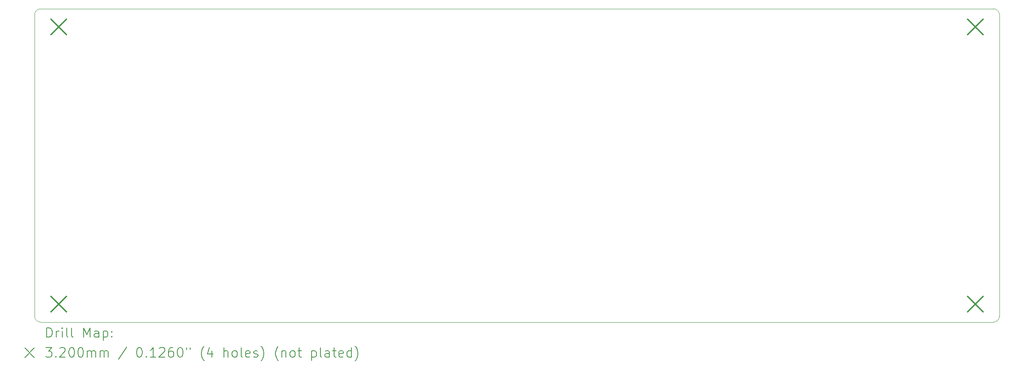
<source format=gbr>
%TF.GenerationSoftware,KiCad,Pcbnew,7.0.6*%
%TF.CreationDate,2023-07-08T12:11:27+08:00*%
%TF.ProjectId,DigitalProtoBoard,44696769-7461-46c5-9072-6f746f426f61,rev?*%
%TF.SameCoordinates,Original*%
%TF.FileFunction,Drillmap*%
%TF.FilePolarity,Positive*%
%FSLAX45Y45*%
G04 Gerber Fmt 4.5, Leading zero omitted, Abs format (unit mm)*
G04 Created by KiCad (PCBNEW 7.0.6) date 2023-07-08 12:11:27*
%MOMM*%
%LPD*%
G01*
G04 APERTURE LIST*
%ADD10C,0.100000*%
%ADD11C,0.200000*%
%ADD12C,0.320000*%
G04 APERTURE END LIST*
D10*
X25781000Y-6858000D02*
G75*
G03*
X25654000Y-6731000I-127000J0D01*
G01*
X5461000Y-6858000D02*
X5461000Y-13208000D01*
X25781000Y-13208000D02*
X25781000Y-6858000D01*
X5461000Y-13208000D02*
G75*
G03*
X5588000Y-13335000I127000J0D01*
G01*
X5588000Y-13335000D02*
X25654000Y-13335000D01*
X25654000Y-13335000D02*
G75*
G03*
X25781000Y-13208000I0J127000D01*
G01*
X25654000Y-6731000D02*
X5588000Y-6731000D01*
X5588000Y-6731000D02*
G75*
G03*
X5461000Y-6858000I0J-127000D01*
G01*
D11*
D12*
X5809000Y-6952000D02*
X6129000Y-7272000D01*
X6129000Y-6952000D02*
X5809000Y-7272000D01*
X5809000Y-12794000D02*
X6129000Y-13114000D01*
X6129000Y-12794000D02*
X5809000Y-13114000D01*
X25113000Y-6952000D02*
X25433000Y-7272000D01*
X25433000Y-6952000D02*
X25113000Y-7272000D01*
X25113000Y-12794000D02*
X25433000Y-13114000D01*
X25433000Y-12794000D02*
X25113000Y-13114000D01*
D11*
X5716777Y-13651484D02*
X5716777Y-13451484D01*
X5716777Y-13451484D02*
X5764396Y-13451484D01*
X5764396Y-13451484D02*
X5792967Y-13461008D01*
X5792967Y-13461008D02*
X5812015Y-13480055D01*
X5812015Y-13480055D02*
X5821539Y-13499103D01*
X5821539Y-13499103D02*
X5831062Y-13537198D01*
X5831062Y-13537198D02*
X5831062Y-13565769D01*
X5831062Y-13565769D02*
X5821539Y-13603865D01*
X5821539Y-13603865D02*
X5812015Y-13622912D01*
X5812015Y-13622912D02*
X5792967Y-13641960D01*
X5792967Y-13641960D02*
X5764396Y-13651484D01*
X5764396Y-13651484D02*
X5716777Y-13651484D01*
X5916777Y-13651484D02*
X5916777Y-13518150D01*
X5916777Y-13556246D02*
X5926301Y-13537198D01*
X5926301Y-13537198D02*
X5935824Y-13527674D01*
X5935824Y-13527674D02*
X5954872Y-13518150D01*
X5954872Y-13518150D02*
X5973920Y-13518150D01*
X6040586Y-13651484D02*
X6040586Y-13518150D01*
X6040586Y-13451484D02*
X6031062Y-13461008D01*
X6031062Y-13461008D02*
X6040586Y-13470531D01*
X6040586Y-13470531D02*
X6050110Y-13461008D01*
X6050110Y-13461008D02*
X6040586Y-13451484D01*
X6040586Y-13451484D02*
X6040586Y-13470531D01*
X6164396Y-13651484D02*
X6145348Y-13641960D01*
X6145348Y-13641960D02*
X6135824Y-13622912D01*
X6135824Y-13622912D02*
X6135824Y-13451484D01*
X6269158Y-13651484D02*
X6250110Y-13641960D01*
X6250110Y-13641960D02*
X6240586Y-13622912D01*
X6240586Y-13622912D02*
X6240586Y-13451484D01*
X6497729Y-13651484D02*
X6497729Y-13451484D01*
X6497729Y-13451484D02*
X6564396Y-13594341D01*
X6564396Y-13594341D02*
X6631062Y-13451484D01*
X6631062Y-13451484D02*
X6631062Y-13651484D01*
X6812015Y-13651484D02*
X6812015Y-13546722D01*
X6812015Y-13546722D02*
X6802491Y-13527674D01*
X6802491Y-13527674D02*
X6783443Y-13518150D01*
X6783443Y-13518150D02*
X6745348Y-13518150D01*
X6745348Y-13518150D02*
X6726301Y-13527674D01*
X6812015Y-13641960D02*
X6792967Y-13651484D01*
X6792967Y-13651484D02*
X6745348Y-13651484D01*
X6745348Y-13651484D02*
X6726301Y-13641960D01*
X6726301Y-13641960D02*
X6716777Y-13622912D01*
X6716777Y-13622912D02*
X6716777Y-13603865D01*
X6716777Y-13603865D02*
X6726301Y-13584817D01*
X6726301Y-13584817D02*
X6745348Y-13575293D01*
X6745348Y-13575293D02*
X6792967Y-13575293D01*
X6792967Y-13575293D02*
X6812015Y-13565769D01*
X6907253Y-13518150D02*
X6907253Y-13718150D01*
X6907253Y-13527674D02*
X6926301Y-13518150D01*
X6926301Y-13518150D02*
X6964396Y-13518150D01*
X6964396Y-13518150D02*
X6983443Y-13527674D01*
X6983443Y-13527674D02*
X6992967Y-13537198D01*
X6992967Y-13537198D02*
X7002491Y-13556246D01*
X7002491Y-13556246D02*
X7002491Y-13613388D01*
X7002491Y-13613388D02*
X6992967Y-13632436D01*
X6992967Y-13632436D02*
X6983443Y-13641960D01*
X6983443Y-13641960D02*
X6964396Y-13651484D01*
X6964396Y-13651484D02*
X6926301Y-13651484D01*
X6926301Y-13651484D02*
X6907253Y-13641960D01*
X7088205Y-13632436D02*
X7097729Y-13641960D01*
X7097729Y-13641960D02*
X7088205Y-13651484D01*
X7088205Y-13651484D02*
X7078682Y-13641960D01*
X7078682Y-13641960D02*
X7088205Y-13632436D01*
X7088205Y-13632436D02*
X7088205Y-13651484D01*
X7088205Y-13527674D02*
X7097729Y-13537198D01*
X7097729Y-13537198D02*
X7088205Y-13546722D01*
X7088205Y-13546722D02*
X7078682Y-13537198D01*
X7078682Y-13537198D02*
X7088205Y-13527674D01*
X7088205Y-13527674D02*
X7088205Y-13546722D01*
X5256000Y-13880000D02*
X5456000Y-14080000D01*
X5456000Y-13880000D02*
X5256000Y-14080000D01*
X5697729Y-13871484D02*
X5821539Y-13871484D01*
X5821539Y-13871484D02*
X5754872Y-13947674D01*
X5754872Y-13947674D02*
X5783443Y-13947674D01*
X5783443Y-13947674D02*
X5802491Y-13957198D01*
X5802491Y-13957198D02*
X5812015Y-13966722D01*
X5812015Y-13966722D02*
X5821539Y-13985769D01*
X5821539Y-13985769D02*
X5821539Y-14033388D01*
X5821539Y-14033388D02*
X5812015Y-14052436D01*
X5812015Y-14052436D02*
X5802491Y-14061960D01*
X5802491Y-14061960D02*
X5783443Y-14071484D01*
X5783443Y-14071484D02*
X5726301Y-14071484D01*
X5726301Y-14071484D02*
X5707253Y-14061960D01*
X5707253Y-14061960D02*
X5697729Y-14052436D01*
X5907253Y-14052436D02*
X5916777Y-14061960D01*
X5916777Y-14061960D02*
X5907253Y-14071484D01*
X5907253Y-14071484D02*
X5897729Y-14061960D01*
X5897729Y-14061960D02*
X5907253Y-14052436D01*
X5907253Y-14052436D02*
X5907253Y-14071484D01*
X5992967Y-13890531D02*
X6002491Y-13881008D01*
X6002491Y-13881008D02*
X6021539Y-13871484D01*
X6021539Y-13871484D02*
X6069158Y-13871484D01*
X6069158Y-13871484D02*
X6088205Y-13881008D01*
X6088205Y-13881008D02*
X6097729Y-13890531D01*
X6097729Y-13890531D02*
X6107253Y-13909579D01*
X6107253Y-13909579D02*
X6107253Y-13928627D01*
X6107253Y-13928627D02*
X6097729Y-13957198D01*
X6097729Y-13957198D02*
X5983443Y-14071484D01*
X5983443Y-14071484D02*
X6107253Y-14071484D01*
X6231062Y-13871484D02*
X6250110Y-13871484D01*
X6250110Y-13871484D02*
X6269158Y-13881008D01*
X6269158Y-13881008D02*
X6278682Y-13890531D01*
X6278682Y-13890531D02*
X6288205Y-13909579D01*
X6288205Y-13909579D02*
X6297729Y-13947674D01*
X6297729Y-13947674D02*
X6297729Y-13995293D01*
X6297729Y-13995293D02*
X6288205Y-14033388D01*
X6288205Y-14033388D02*
X6278682Y-14052436D01*
X6278682Y-14052436D02*
X6269158Y-14061960D01*
X6269158Y-14061960D02*
X6250110Y-14071484D01*
X6250110Y-14071484D02*
X6231062Y-14071484D01*
X6231062Y-14071484D02*
X6212015Y-14061960D01*
X6212015Y-14061960D02*
X6202491Y-14052436D01*
X6202491Y-14052436D02*
X6192967Y-14033388D01*
X6192967Y-14033388D02*
X6183443Y-13995293D01*
X6183443Y-13995293D02*
X6183443Y-13947674D01*
X6183443Y-13947674D02*
X6192967Y-13909579D01*
X6192967Y-13909579D02*
X6202491Y-13890531D01*
X6202491Y-13890531D02*
X6212015Y-13881008D01*
X6212015Y-13881008D02*
X6231062Y-13871484D01*
X6421539Y-13871484D02*
X6440586Y-13871484D01*
X6440586Y-13871484D02*
X6459634Y-13881008D01*
X6459634Y-13881008D02*
X6469158Y-13890531D01*
X6469158Y-13890531D02*
X6478682Y-13909579D01*
X6478682Y-13909579D02*
X6488205Y-13947674D01*
X6488205Y-13947674D02*
X6488205Y-13995293D01*
X6488205Y-13995293D02*
X6478682Y-14033388D01*
X6478682Y-14033388D02*
X6469158Y-14052436D01*
X6469158Y-14052436D02*
X6459634Y-14061960D01*
X6459634Y-14061960D02*
X6440586Y-14071484D01*
X6440586Y-14071484D02*
X6421539Y-14071484D01*
X6421539Y-14071484D02*
X6402491Y-14061960D01*
X6402491Y-14061960D02*
X6392967Y-14052436D01*
X6392967Y-14052436D02*
X6383443Y-14033388D01*
X6383443Y-14033388D02*
X6373920Y-13995293D01*
X6373920Y-13995293D02*
X6373920Y-13947674D01*
X6373920Y-13947674D02*
X6383443Y-13909579D01*
X6383443Y-13909579D02*
X6392967Y-13890531D01*
X6392967Y-13890531D02*
X6402491Y-13881008D01*
X6402491Y-13881008D02*
X6421539Y-13871484D01*
X6573920Y-14071484D02*
X6573920Y-13938150D01*
X6573920Y-13957198D02*
X6583443Y-13947674D01*
X6583443Y-13947674D02*
X6602491Y-13938150D01*
X6602491Y-13938150D02*
X6631063Y-13938150D01*
X6631063Y-13938150D02*
X6650110Y-13947674D01*
X6650110Y-13947674D02*
X6659634Y-13966722D01*
X6659634Y-13966722D02*
X6659634Y-14071484D01*
X6659634Y-13966722D02*
X6669158Y-13947674D01*
X6669158Y-13947674D02*
X6688205Y-13938150D01*
X6688205Y-13938150D02*
X6716777Y-13938150D01*
X6716777Y-13938150D02*
X6735824Y-13947674D01*
X6735824Y-13947674D02*
X6745348Y-13966722D01*
X6745348Y-13966722D02*
X6745348Y-14071484D01*
X6840586Y-14071484D02*
X6840586Y-13938150D01*
X6840586Y-13957198D02*
X6850110Y-13947674D01*
X6850110Y-13947674D02*
X6869158Y-13938150D01*
X6869158Y-13938150D02*
X6897729Y-13938150D01*
X6897729Y-13938150D02*
X6916777Y-13947674D01*
X6916777Y-13947674D02*
X6926301Y-13966722D01*
X6926301Y-13966722D02*
X6926301Y-14071484D01*
X6926301Y-13966722D02*
X6935824Y-13947674D01*
X6935824Y-13947674D02*
X6954872Y-13938150D01*
X6954872Y-13938150D02*
X6983443Y-13938150D01*
X6983443Y-13938150D02*
X7002491Y-13947674D01*
X7002491Y-13947674D02*
X7012015Y-13966722D01*
X7012015Y-13966722D02*
X7012015Y-14071484D01*
X7402491Y-13861960D02*
X7231063Y-14119103D01*
X7659634Y-13871484D02*
X7678682Y-13871484D01*
X7678682Y-13871484D02*
X7697729Y-13881008D01*
X7697729Y-13881008D02*
X7707253Y-13890531D01*
X7707253Y-13890531D02*
X7716777Y-13909579D01*
X7716777Y-13909579D02*
X7726301Y-13947674D01*
X7726301Y-13947674D02*
X7726301Y-13995293D01*
X7726301Y-13995293D02*
X7716777Y-14033388D01*
X7716777Y-14033388D02*
X7707253Y-14052436D01*
X7707253Y-14052436D02*
X7697729Y-14061960D01*
X7697729Y-14061960D02*
X7678682Y-14071484D01*
X7678682Y-14071484D02*
X7659634Y-14071484D01*
X7659634Y-14071484D02*
X7640586Y-14061960D01*
X7640586Y-14061960D02*
X7631063Y-14052436D01*
X7631063Y-14052436D02*
X7621539Y-14033388D01*
X7621539Y-14033388D02*
X7612015Y-13995293D01*
X7612015Y-13995293D02*
X7612015Y-13947674D01*
X7612015Y-13947674D02*
X7621539Y-13909579D01*
X7621539Y-13909579D02*
X7631063Y-13890531D01*
X7631063Y-13890531D02*
X7640586Y-13881008D01*
X7640586Y-13881008D02*
X7659634Y-13871484D01*
X7812015Y-14052436D02*
X7821539Y-14061960D01*
X7821539Y-14061960D02*
X7812015Y-14071484D01*
X7812015Y-14071484D02*
X7802491Y-14061960D01*
X7802491Y-14061960D02*
X7812015Y-14052436D01*
X7812015Y-14052436D02*
X7812015Y-14071484D01*
X8012015Y-14071484D02*
X7897729Y-14071484D01*
X7954872Y-14071484D02*
X7954872Y-13871484D01*
X7954872Y-13871484D02*
X7935825Y-13900055D01*
X7935825Y-13900055D02*
X7916777Y-13919103D01*
X7916777Y-13919103D02*
X7897729Y-13928627D01*
X8088206Y-13890531D02*
X8097729Y-13881008D01*
X8097729Y-13881008D02*
X8116777Y-13871484D01*
X8116777Y-13871484D02*
X8164396Y-13871484D01*
X8164396Y-13871484D02*
X8183444Y-13881008D01*
X8183444Y-13881008D02*
X8192967Y-13890531D01*
X8192967Y-13890531D02*
X8202491Y-13909579D01*
X8202491Y-13909579D02*
X8202491Y-13928627D01*
X8202491Y-13928627D02*
X8192967Y-13957198D01*
X8192967Y-13957198D02*
X8078682Y-14071484D01*
X8078682Y-14071484D02*
X8202491Y-14071484D01*
X8373920Y-13871484D02*
X8335825Y-13871484D01*
X8335825Y-13871484D02*
X8316777Y-13881008D01*
X8316777Y-13881008D02*
X8307253Y-13890531D01*
X8307253Y-13890531D02*
X8288206Y-13919103D01*
X8288206Y-13919103D02*
X8278682Y-13957198D01*
X8278682Y-13957198D02*
X8278682Y-14033388D01*
X8278682Y-14033388D02*
X8288206Y-14052436D01*
X8288206Y-14052436D02*
X8297729Y-14061960D01*
X8297729Y-14061960D02*
X8316777Y-14071484D01*
X8316777Y-14071484D02*
X8354872Y-14071484D01*
X8354872Y-14071484D02*
X8373920Y-14061960D01*
X8373920Y-14061960D02*
X8383444Y-14052436D01*
X8383444Y-14052436D02*
X8392968Y-14033388D01*
X8392968Y-14033388D02*
X8392968Y-13985769D01*
X8392968Y-13985769D02*
X8383444Y-13966722D01*
X8383444Y-13966722D02*
X8373920Y-13957198D01*
X8373920Y-13957198D02*
X8354872Y-13947674D01*
X8354872Y-13947674D02*
X8316777Y-13947674D01*
X8316777Y-13947674D02*
X8297729Y-13957198D01*
X8297729Y-13957198D02*
X8288206Y-13966722D01*
X8288206Y-13966722D02*
X8278682Y-13985769D01*
X8516777Y-13871484D02*
X8535825Y-13871484D01*
X8535825Y-13871484D02*
X8554872Y-13881008D01*
X8554872Y-13881008D02*
X8564396Y-13890531D01*
X8564396Y-13890531D02*
X8573920Y-13909579D01*
X8573920Y-13909579D02*
X8583444Y-13947674D01*
X8583444Y-13947674D02*
X8583444Y-13995293D01*
X8583444Y-13995293D02*
X8573920Y-14033388D01*
X8573920Y-14033388D02*
X8564396Y-14052436D01*
X8564396Y-14052436D02*
X8554872Y-14061960D01*
X8554872Y-14061960D02*
X8535825Y-14071484D01*
X8535825Y-14071484D02*
X8516777Y-14071484D01*
X8516777Y-14071484D02*
X8497729Y-14061960D01*
X8497729Y-14061960D02*
X8488206Y-14052436D01*
X8488206Y-14052436D02*
X8478682Y-14033388D01*
X8478682Y-14033388D02*
X8469158Y-13995293D01*
X8469158Y-13995293D02*
X8469158Y-13947674D01*
X8469158Y-13947674D02*
X8478682Y-13909579D01*
X8478682Y-13909579D02*
X8488206Y-13890531D01*
X8488206Y-13890531D02*
X8497729Y-13881008D01*
X8497729Y-13881008D02*
X8516777Y-13871484D01*
X8659634Y-13871484D02*
X8659634Y-13909579D01*
X8735825Y-13871484D02*
X8735825Y-13909579D01*
X9031063Y-14147674D02*
X9021539Y-14138150D01*
X9021539Y-14138150D02*
X9002491Y-14109579D01*
X9002491Y-14109579D02*
X8992968Y-14090531D01*
X8992968Y-14090531D02*
X8983444Y-14061960D01*
X8983444Y-14061960D02*
X8973920Y-14014341D01*
X8973920Y-14014341D02*
X8973920Y-13976246D01*
X8973920Y-13976246D02*
X8983444Y-13928627D01*
X8983444Y-13928627D02*
X8992968Y-13900055D01*
X8992968Y-13900055D02*
X9002491Y-13881008D01*
X9002491Y-13881008D02*
X9021539Y-13852436D01*
X9021539Y-13852436D02*
X9031063Y-13842912D01*
X9192968Y-13938150D02*
X9192968Y-14071484D01*
X9145349Y-13861960D02*
X9097730Y-14004817D01*
X9097730Y-14004817D02*
X9221539Y-14004817D01*
X9450111Y-14071484D02*
X9450111Y-13871484D01*
X9535825Y-14071484D02*
X9535825Y-13966722D01*
X9535825Y-13966722D02*
X9526301Y-13947674D01*
X9526301Y-13947674D02*
X9507253Y-13938150D01*
X9507253Y-13938150D02*
X9478682Y-13938150D01*
X9478682Y-13938150D02*
X9459634Y-13947674D01*
X9459634Y-13947674D02*
X9450111Y-13957198D01*
X9659634Y-14071484D02*
X9640587Y-14061960D01*
X9640587Y-14061960D02*
X9631063Y-14052436D01*
X9631063Y-14052436D02*
X9621539Y-14033388D01*
X9621539Y-14033388D02*
X9621539Y-13976246D01*
X9621539Y-13976246D02*
X9631063Y-13957198D01*
X9631063Y-13957198D02*
X9640587Y-13947674D01*
X9640587Y-13947674D02*
X9659634Y-13938150D01*
X9659634Y-13938150D02*
X9688206Y-13938150D01*
X9688206Y-13938150D02*
X9707253Y-13947674D01*
X9707253Y-13947674D02*
X9716777Y-13957198D01*
X9716777Y-13957198D02*
X9726301Y-13976246D01*
X9726301Y-13976246D02*
X9726301Y-14033388D01*
X9726301Y-14033388D02*
X9716777Y-14052436D01*
X9716777Y-14052436D02*
X9707253Y-14061960D01*
X9707253Y-14061960D02*
X9688206Y-14071484D01*
X9688206Y-14071484D02*
X9659634Y-14071484D01*
X9840587Y-14071484D02*
X9821539Y-14061960D01*
X9821539Y-14061960D02*
X9812015Y-14042912D01*
X9812015Y-14042912D02*
X9812015Y-13871484D01*
X9992968Y-14061960D02*
X9973920Y-14071484D01*
X9973920Y-14071484D02*
X9935825Y-14071484D01*
X9935825Y-14071484D02*
X9916777Y-14061960D01*
X9916777Y-14061960D02*
X9907253Y-14042912D01*
X9907253Y-14042912D02*
X9907253Y-13966722D01*
X9907253Y-13966722D02*
X9916777Y-13947674D01*
X9916777Y-13947674D02*
X9935825Y-13938150D01*
X9935825Y-13938150D02*
X9973920Y-13938150D01*
X9973920Y-13938150D02*
X9992968Y-13947674D01*
X9992968Y-13947674D02*
X10002492Y-13966722D01*
X10002492Y-13966722D02*
X10002492Y-13985769D01*
X10002492Y-13985769D02*
X9907253Y-14004817D01*
X10078682Y-14061960D02*
X10097730Y-14071484D01*
X10097730Y-14071484D02*
X10135825Y-14071484D01*
X10135825Y-14071484D02*
X10154873Y-14061960D01*
X10154873Y-14061960D02*
X10164396Y-14042912D01*
X10164396Y-14042912D02*
X10164396Y-14033388D01*
X10164396Y-14033388D02*
X10154873Y-14014341D01*
X10154873Y-14014341D02*
X10135825Y-14004817D01*
X10135825Y-14004817D02*
X10107253Y-14004817D01*
X10107253Y-14004817D02*
X10088206Y-13995293D01*
X10088206Y-13995293D02*
X10078682Y-13976246D01*
X10078682Y-13976246D02*
X10078682Y-13966722D01*
X10078682Y-13966722D02*
X10088206Y-13947674D01*
X10088206Y-13947674D02*
X10107253Y-13938150D01*
X10107253Y-13938150D02*
X10135825Y-13938150D01*
X10135825Y-13938150D02*
X10154873Y-13947674D01*
X10231063Y-14147674D02*
X10240587Y-14138150D01*
X10240587Y-14138150D02*
X10259634Y-14109579D01*
X10259634Y-14109579D02*
X10269158Y-14090531D01*
X10269158Y-14090531D02*
X10278682Y-14061960D01*
X10278682Y-14061960D02*
X10288206Y-14014341D01*
X10288206Y-14014341D02*
X10288206Y-13976246D01*
X10288206Y-13976246D02*
X10278682Y-13928627D01*
X10278682Y-13928627D02*
X10269158Y-13900055D01*
X10269158Y-13900055D02*
X10259634Y-13881008D01*
X10259634Y-13881008D02*
X10240587Y-13852436D01*
X10240587Y-13852436D02*
X10231063Y-13842912D01*
X10592968Y-14147674D02*
X10583444Y-14138150D01*
X10583444Y-14138150D02*
X10564396Y-14109579D01*
X10564396Y-14109579D02*
X10554873Y-14090531D01*
X10554873Y-14090531D02*
X10545349Y-14061960D01*
X10545349Y-14061960D02*
X10535825Y-14014341D01*
X10535825Y-14014341D02*
X10535825Y-13976246D01*
X10535825Y-13976246D02*
X10545349Y-13928627D01*
X10545349Y-13928627D02*
X10554873Y-13900055D01*
X10554873Y-13900055D02*
X10564396Y-13881008D01*
X10564396Y-13881008D02*
X10583444Y-13852436D01*
X10583444Y-13852436D02*
X10592968Y-13842912D01*
X10669158Y-13938150D02*
X10669158Y-14071484D01*
X10669158Y-13957198D02*
X10678682Y-13947674D01*
X10678682Y-13947674D02*
X10697730Y-13938150D01*
X10697730Y-13938150D02*
X10726301Y-13938150D01*
X10726301Y-13938150D02*
X10745349Y-13947674D01*
X10745349Y-13947674D02*
X10754873Y-13966722D01*
X10754873Y-13966722D02*
X10754873Y-14071484D01*
X10878682Y-14071484D02*
X10859634Y-14061960D01*
X10859634Y-14061960D02*
X10850111Y-14052436D01*
X10850111Y-14052436D02*
X10840587Y-14033388D01*
X10840587Y-14033388D02*
X10840587Y-13976246D01*
X10840587Y-13976246D02*
X10850111Y-13957198D01*
X10850111Y-13957198D02*
X10859634Y-13947674D01*
X10859634Y-13947674D02*
X10878682Y-13938150D01*
X10878682Y-13938150D02*
X10907254Y-13938150D01*
X10907254Y-13938150D02*
X10926301Y-13947674D01*
X10926301Y-13947674D02*
X10935825Y-13957198D01*
X10935825Y-13957198D02*
X10945349Y-13976246D01*
X10945349Y-13976246D02*
X10945349Y-14033388D01*
X10945349Y-14033388D02*
X10935825Y-14052436D01*
X10935825Y-14052436D02*
X10926301Y-14061960D01*
X10926301Y-14061960D02*
X10907254Y-14071484D01*
X10907254Y-14071484D02*
X10878682Y-14071484D01*
X11002492Y-13938150D02*
X11078682Y-13938150D01*
X11031063Y-13871484D02*
X11031063Y-14042912D01*
X11031063Y-14042912D02*
X11040587Y-14061960D01*
X11040587Y-14061960D02*
X11059634Y-14071484D01*
X11059634Y-14071484D02*
X11078682Y-14071484D01*
X11297730Y-13938150D02*
X11297730Y-14138150D01*
X11297730Y-13947674D02*
X11316777Y-13938150D01*
X11316777Y-13938150D02*
X11354873Y-13938150D01*
X11354873Y-13938150D02*
X11373920Y-13947674D01*
X11373920Y-13947674D02*
X11383444Y-13957198D01*
X11383444Y-13957198D02*
X11392968Y-13976246D01*
X11392968Y-13976246D02*
X11392968Y-14033388D01*
X11392968Y-14033388D02*
X11383444Y-14052436D01*
X11383444Y-14052436D02*
X11373920Y-14061960D01*
X11373920Y-14061960D02*
X11354873Y-14071484D01*
X11354873Y-14071484D02*
X11316777Y-14071484D01*
X11316777Y-14071484D02*
X11297730Y-14061960D01*
X11507253Y-14071484D02*
X11488206Y-14061960D01*
X11488206Y-14061960D02*
X11478682Y-14042912D01*
X11478682Y-14042912D02*
X11478682Y-13871484D01*
X11669158Y-14071484D02*
X11669158Y-13966722D01*
X11669158Y-13966722D02*
X11659634Y-13947674D01*
X11659634Y-13947674D02*
X11640587Y-13938150D01*
X11640587Y-13938150D02*
X11602492Y-13938150D01*
X11602492Y-13938150D02*
X11583444Y-13947674D01*
X11669158Y-14061960D02*
X11650111Y-14071484D01*
X11650111Y-14071484D02*
X11602492Y-14071484D01*
X11602492Y-14071484D02*
X11583444Y-14061960D01*
X11583444Y-14061960D02*
X11573920Y-14042912D01*
X11573920Y-14042912D02*
X11573920Y-14023865D01*
X11573920Y-14023865D02*
X11583444Y-14004817D01*
X11583444Y-14004817D02*
X11602492Y-13995293D01*
X11602492Y-13995293D02*
X11650111Y-13995293D01*
X11650111Y-13995293D02*
X11669158Y-13985769D01*
X11735825Y-13938150D02*
X11812015Y-13938150D01*
X11764396Y-13871484D02*
X11764396Y-14042912D01*
X11764396Y-14042912D02*
X11773920Y-14061960D01*
X11773920Y-14061960D02*
X11792968Y-14071484D01*
X11792968Y-14071484D02*
X11812015Y-14071484D01*
X11954873Y-14061960D02*
X11935825Y-14071484D01*
X11935825Y-14071484D02*
X11897730Y-14071484D01*
X11897730Y-14071484D02*
X11878682Y-14061960D01*
X11878682Y-14061960D02*
X11869158Y-14042912D01*
X11869158Y-14042912D02*
X11869158Y-13966722D01*
X11869158Y-13966722D02*
X11878682Y-13947674D01*
X11878682Y-13947674D02*
X11897730Y-13938150D01*
X11897730Y-13938150D02*
X11935825Y-13938150D01*
X11935825Y-13938150D02*
X11954873Y-13947674D01*
X11954873Y-13947674D02*
X11964396Y-13966722D01*
X11964396Y-13966722D02*
X11964396Y-13985769D01*
X11964396Y-13985769D02*
X11869158Y-14004817D01*
X12135825Y-14071484D02*
X12135825Y-13871484D01*
X12135825Y-14061960D02*
X12116777Y-14071484D01*
X12116777Y-14071484D02*
X12078682Y-14071484D01*
X12078682Y-14071484D02*
X12059634Y-14061960D01*
X12059634Y-14061960D02*
X12050111Y-14052436D01*
X12050111Y-14052436D02*
X12040587Y-14033388D01*
X12040587Y-14033388D02*
X12040587Y-13976246D01*
X12040587Y-13976246D02*
X12050111Y-13957198D01*
X12050111Y-13957198D02*
X12059634Y-13947674D01*
X12059634Y-13947674D02*
X12078682Y-13938150D01*
X12078682Y-13938150D02*
X12116777Y-13938150D01*
X12116777Y-13938150D02*
X12135825Y-13947674D01*
X12212015Y-14147674D02*
X12221539Y-14138150D01*
X12221539Y-14138150D02*
X12240587Y-14109579D01*
X12240587Y-14109579D02*
X12250111Y-14090531D01*
X12250111Y-14090531D02*
X12259634Y-14061960D01*
X12259634Y-14061960D02*
X12269158Y-14014341D01*
X12269158Y-14014341D02*
X12269158Y-13976246D01*
X12269158Y-13976246D02*
X12259634Y-13928627D01*
X12259634Y-13928627D02*
X12250111Y-13900055D01*
X12250111Y-13900055D02*
X12240587Y-13881008D01*
X12240587Y-13881008D02*
X12221539Y-13852436D01*
X12221539Y-13852436D02*
X12212015Y-13842912D01*
M02*

</source>
